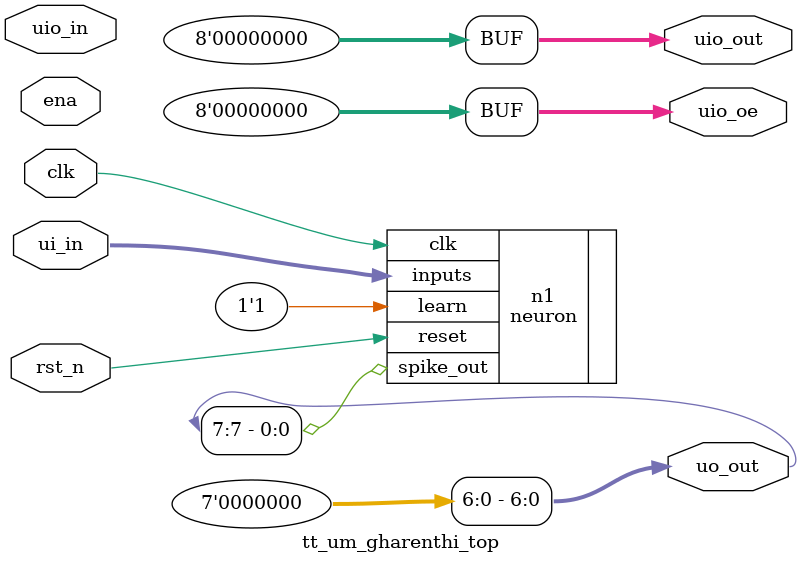
<source format=v>
module tt_um_gharenthi_top #( parameter MAX_COUNT = 24'd10_000_000 ) (
    input  wire [7:0] ui_in,    // Dedicated inputs
    output wire [7:0] uo_out,   // Dedicated outputs
    input  wire [7:0] uio_in,   // IOs: Bidirectional Input path
    output wire [7:0] uio_out,  // IOs: Bidirectional Output path
    output wire [7:0] uio_oe,   // IOs: Bidirectional Enable path (active high: 0=input, 1=output)
    input  wire       ena,      // will go high when the design is enabled
    input  wire       clk,      // clock
    input  wire       rst_n     // reset_n - low to reset
);

assign uio_out[7:0] = 8'b00000000;
assign uio_oe[7:0] =  8'b00000000;
assign uo_out[6:0] =  7'b0000000;

neuron n1(
    .inputs(ui_in[7:0]),
    .learn(1'b1),
    .spike_out(uo_out[7]),
    .clk(clk), .reset(rst_n)
);

endmodule
</source>
